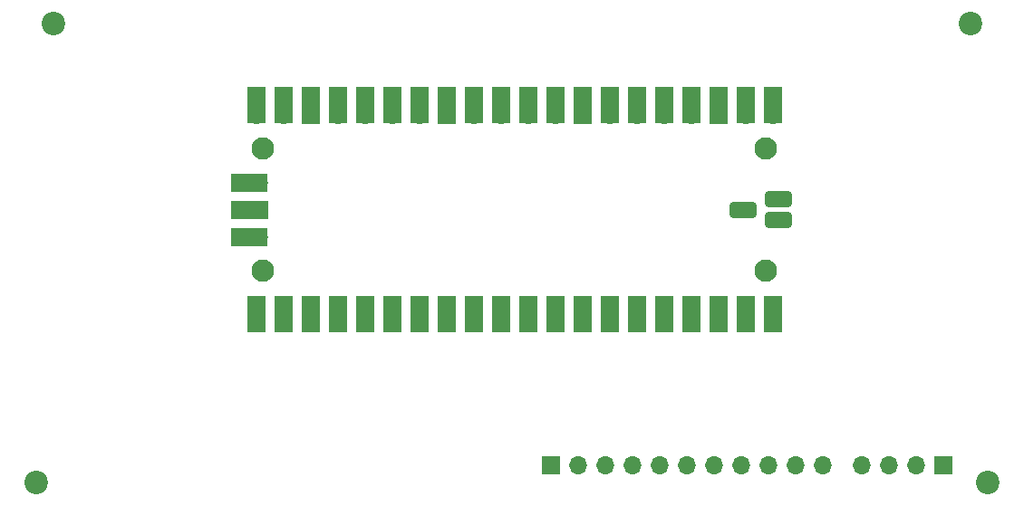
<source format=gbr>
%TF.GenerationSoftware,KiCad,Pcbnew,(6.0.6)*%
%TF.CreationDate,2022-08-15T00:38:18+08:00*%
%TF.ProjectId,15k-macropad-pico,31356b2d-6d61-4637-926f-7061642d7069,rev?*%
%TF.SameCoordinates,Original*%
%TF.FileFunction,Soldermask,Bot*%
%TF.FilePolarity,Negative*%
%FSLAX46Y46*%
G04 Gerber Fmt 4.6, Leading zero omitted, Abs format (unit mm)*
G04 Created by KiCad (PCBNEW (6.0.6)) date 2022-08-15 00:38:18*
%MOMM*%
%LPD*%
G01*
G04 APERTURE LIST*
G04 Aperture macros list*
%AMRoundRect*
0 Rectangle with rounded corners*
0 $1 Rounding radius*
0 $2 $3 $4 $5 $6 $7 $8 $9 X,Y pos of 4 corners*
0 Add a 4 corners polygon primitive as box body*
4,1,4,$2,$3,$4,$5,$6,$7,$8,$9,$2,$3,0*
0 Add four circle primitives for the rounded corners*
1,1,$1+$1,$2,$3*
1,1,$1+$1,$4,$5*
1,1,$1+$1,$6,$7*
1,1,$1+$1,$8,$9*
0 Add four rect primitives between the rounded corners*
20,1,$1+$1,$2,$3,$4,$5,0*
20,1,$1+$1,$4,$5,$6,$7,0*
20,1,$1+$1,$6,$7,$8,$9,0*
20,1,$1+$1,$8,$9,$2,$3,0*%
G04 Aperture macros list end*
%ADD10C,2.200000*%
%ADD11C,2.100000*%
%ADD12R,1.700000X3.500000*%
%ADD13O,1.700000X1.700000*%
%ADD14R,1.700000X1.700000*%
%ADD15R,3.500000X1.700000*%
%ADD16RoundRect,0.300000X0.950000X-0.450000X0.950000X0.450000X-0.950000X0.450000X-0.950000X-0.450000X0*%
G04 APERTURE END LIST*
D10*
%TO.C,H1*%
X98425000Y-57943750D03*
%TD*%
%TO.C,H3*%
X184150000Y-57943750D03*
%TD*%
%TO.C,H2*%
X96837500Y-100806250D03*
%TD*%
%TO.C,H4*%
X185737500Y-100806250D03*
%TD*%
%TO.C,H4*%
X185737500Y-100806250D03*
%TD*%
D11*
%TO.C,U1*%
X118032500Y-81011000D03*
X165032500Y-69611000D03*
X165032500Y-81011000D03*
X118032500Y-69611000D03*
D12*
X165662500Y-85101000D03*
D13*
X165662500Y-84201000D03*
X163122500Y-84201000D03*
D12*
X163122500Y-85101000D03*
X160582500Y-85101000D03*
D14*
X160582500Y-84201000D03*
D12*
X158042500Y-85101000D03*
D13*
X158042500Y-84201000D03*
D12*
X155502500Y-85101000D03*
D13*
X155502500Y-84201000D03*
D12*
X152962500Y-85101000D03*
D13*
X152962500Y-84201000D03*
D12*
X150422500Y-85101000D03*
D13*
X150422500Y-84201000D03*
D14*
X147882500Y-84201000D03*
D12*
X147882500Y-85101000D03*
D13*
X145342500Y-84201000D03*
D12*
X145342500Y-85101000D03*
D13*
X142802500Y-84201000D03*
D12*
X142802500Y-85101000D03*
X140262500Y-85101000D03*
D13*
X140262500Y-84201000D03*
D12*
X137722500Y-85101000D03*
D13*
X137722500Y-84201000D03*
D14*
X135182500Y-84201000D03*
D12*
X135182500Y-85101000D03*
X132642500Y-85101000D03*
D13*
X132642500Y-84201000D03*
D12*
X130102500Y-85101000D03*
D13*
X130102500Y-84201000D03*
X127562500Y-84201000D03*
D12*
X127562500Y-85101000D03*
X125022500Y-85101000D03*
D13*
X125022500Y-84201000D03*
D12*
X122482500Y-85101000D03*
D14*
X122482500Y-84201000D03*
D12*
X119942500Y-85101000D03*
D13*
X119942500Y-84201000D03*
X117402500Y-84201000D03*
D12*
X117402500Y-85101000D03*
D13*
X117402500Y-66421000D03*
D12*
X117402500Y-65521000D03*
X119942500Y-65521000D03*
D13*
X119942500Y-66421000D03*
D14*
X122482500Y-66421000D03*
D12*
X122482500Y-65521000D03*
D13*
X125022500Y-66421000D03*
D12*
X125022500Y-65521000D03*
X127562500Y-65521000D03*
D13*
X127562500Y-66421000D03*
D12*
X130102500Y-65521000D03*
D13*
X130102500Y-66421000D03*
X132642500Y-66421000D03*
D12*
X132642500Y-65521000D03*
D14*
X135182500Y-66421000D03*
D12*
X135182500Y-65521000D03*
D13*
X137722500Y-66421000D03*
D12*
X137722500Y-65521000D03*
D13*
X140262500Y-66421000D03*
D12*
X140262500Y-65521000D03*
X142802500Y-65521000D03*
D13*
X142802500Y-66421000D03*
X145342500Y-66421000D03*
D12*
X145342500Y-65521000D03*
X147882500Y-65521000D03*
D14*
X147882500Y-66421000D03*
D13*
X150422500Y-66421000D03*
D12*
X150422500Y-65521000D03*
D13*
X152962500Y-66421000D03*
D12*
X152962500Y-65521000D03*
X155502500Y-65521000D03*
D13*
X155502500Y-66421000D03*
X158042500Y-66421000D03*
D12*
X158042500Y-65521000D03*
D14*
X160582500Y-66421000D03*
D12*
X160582500Y-65521000D03*
D13*
X163122500Y-66421000D03*
D12*
X163122500Y-65521000D03*
X165662500Y-65521000D03*
D13*
X165662500Y-66421000D03*
D15*
X116732500Y-77851000D03*
D13*
X117632500Y-77851000D03*
D14*
X117632500Y-75311000D03*
D15*
X116732500Y-75311000D03*
X116732500Y-72771000D03*
D13*
X117632500Y-72771000D03*
D16*
X162902500Y-75311000D03*
X166182500Y-74311000D03*
X166202500Y-76311000D03*
%TD*%
D14*
%TO.C,J1*%
X144938750Y-99218750D03*
D13*
X147478750Y-99218750D03*
X150018750Y-99218750D03*
X152558750Y-99218750D03*
X155098750Y-99218750D03*
X157638750Y-99218750D03*
X160178750Y-99218750D03*
X162718750Y-99218750D03*
X165258750Y-99218750D03*
X167798750Y-99218750D03*
X170338750Y-99218750D03*
%TD*%
D14*
%TO.C,J2*%
X181600000Y-99218750D03*
D13*
X179060000Y-99218750D03*
X176520000Y-99218750D03*
X173980000Y-99218750D03*
%TD*%
M02*

</source>
